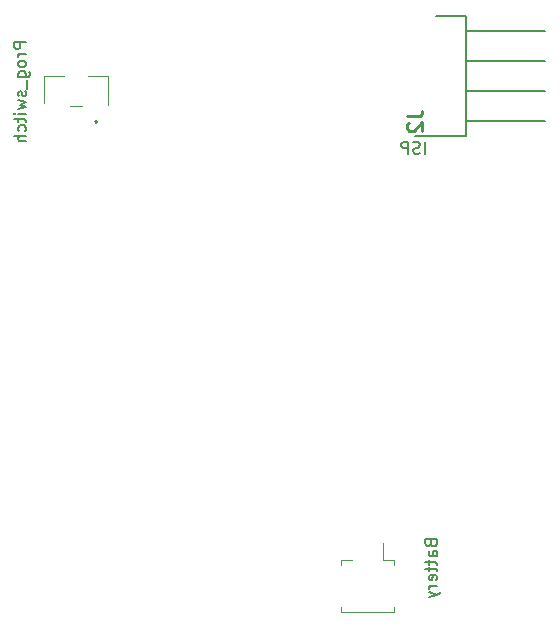
<source format=gbr>
%TF.GenerationSoftware,KiCad,Pcbnew,7.0.1*%
%TF.CreationDate,2023-06-17T09:34:49+02:00*%
%TF.ProjectId,Had_Konzole,4861645f-4b6f-46e7-9a6f-6c652e6b6963,rev?*%
%TF.SameCoordinates,Original*%
%TF.FileFunction,Legend,Bot*%
%TF.FilePolarity,Positive*%
%FSLAX46Y46*%
G04 Gerber Fmt 4.6, Leading zero omitted, Abs format (unit mm)*
G04 Created by KiCad (PCBNEW 7.0.1) date 2023-06-17 09:34:49*
%MOMM*%
%LPD*%
G01*
G04 APERTURE LIST*
%ADD10C,0.150000*%
%ADD11C,0.254000*%
%ADD12C,0.100000*%
%ADD13C,0.200000*%
%ADD14C,0.120000*%
G04 APERTURE END LIST*
D10*
X143077619Y-55438095D02*
X142077619Y-55438095D01*
X142077619Y-55438095D02*
X142077619Y-55819047D01*
X142077619Y-55819047D02*
X142125238Y-55914285D01*
X142125238Y-55914285D02*
X142172857Y-55961904D01*
X142172857Y-55961904D02*
X142268095Y-56009523D01*
X142268095Y-56009523D02*
X142410952Y-56009523D01*
X142410952Y-56009523D02*
X142506190Y-55961904D01*
X142506190Y-55961904D02*
X142553809Y-55914285D01*
X142553809Y-55914285D02*
X142601428Y-55819047D01*
X142601428Y-55819047D02*
X142601428Y-55438095D01*
X143077619Y-56438095D02*
X142410952Y-56438095D01*
X142601428Y-56438095D02*
X142506190Y-56485714D01*
X142506190Y-56485714D02*
X142458571Y-56533333D01*
X142458571Y-56533333D02*
X142410952Y-56628571D01*
X142410952Y-56628571D02*
X142410952Y-56723809D01*
X143077619Y-57200000D02*
X143030000Y-57104762D01*
X143030000Y-57104762D02*
X142982380Y-57057143D01*
X142982380Y-57057143D02*
X142887142Y-57009524D01*
X142887142Y-57009524D02*
X142601428Y-57009524D01*
X142601428Y-57009524D02*
X142506190Y-57057143D01*
X142506190Y-57057143D02*
X142458571Y-57104762D01*
X142458571Y-57104762D02*
X142410952Y-57200000D01*
X142410952Y-57200000D02*
X142410952Y-57342857D01*
X142410952Y-57342857D02*
X142458571Y-57438095D01*
X142458571Y-57438095D02*
X142506190Y-57485714D01*
X142506190Y-57485714D02*
X142601428Y-57533333D01*
X142601428Y-57533333D02*
X142887142Y-57533333D01*
X142887142Y-57533333D02*
X142982380Y-57485714D01*
X142982380Y-57485714D02*
X143030000Y-57438095D01*
X143030000Y-57438095D02*
X143077619Y-57342857D01*
X143077619Y-57342857D02*
X143077619Y-57200000D01*
X142410952Y-58390476D02*
X143220476Y-58390476D01*
X143220476Y-58390476D02*
X143315714Y-58342857D01*
X143315714Y-58342857D02*
X143363333Y-58295238D01*
X143363333Y-58295238D02*
X143410952Y-58200000D01*
X143410952Y-58200000D02*
X143410952Y-58057143D01*
X143410952Y-58057143D02*
X143363333Y-57961905D01*
X143030000Y-58390476D02*
X143077619Y-58295238D01*
X143077619Y-58295238D02*
X143077619Y-58104762D01*
X143077619Y-58104762D02*
X143030000Y-58009524D01*
X143030000Y-58009524D02*
X142982380Y-57961905D01*
X142982380Y-57961905D02*
X142887142Y-57914286D01*
X142887142Y-57914286D02*
X142601428Y-57914286D01*
X142601428Y-57914286D02*
X142506190Y-57961905D01*
X142506190Y-57961905D02*
X142458571Y-58009524D01*
X142458571Y-58009524D02*
X142410952Y-58104762D01*
X142410952Y-58104762D02*
X142410952Y-58295238D01*
X142410952Y-58295238D02*
X142458571Y-58390476D01*
X143172857Y-58628572D02*
X143172857Y-59390476D01*
X143030000Y-59580953D02*
X143077619Y-59676191D01*
X143077619Y-59676191D02*
X143077619Y-59866667D01*
X143077619Y-59866667D02*
X143030000Y-59961905D01*
X143030000Y-59961905D02*
X142934761Y-60009524D01*
X142934761Y-60009524D02*
X142887142Y-60009524D01*
X142887142Y-60009524D02*
X142791904Y-59961905D01*
X142791904Y-59961905D02*
X142744285Y-59866667D01*
X142744285Y-59866667D02*
X142744285Y-59723810D01*
X142744285Y-59723810D02*
X142696666Y-59628572D01*
X142696666Y-59628572D02*
X142601428Y-59580953D01*
X142601428Y-59580953D02*
X142553809Y-59580953D01*
X142553809Y-59580953D02*
X142458571Y-59628572D01*
X142458571Y-59628572D02*
X142410952Y-59723810D01*
X142410952Y-59723810D02*
X142410952Y-59866667D01*
X142410952Y-59866667D02*
X142458571Y-59961905D01*
X142410952Y-60342858D02*
X143077619Y-60533334D01*
X143077619Y-60533334D02*
X142601428Y-60723810D01*
X142601428Y-60723810D02*
X143077619Y-60914286D01*
X143077619Y-60914286D02*
X142410952Y-61104762D01*
X143077619Y-61485715D02*
X142410952Y-61485715D01*
X142077619Y-61485715D02*
X142125238Y-61438096D01*
X142125238Y-61438096D02*
X142172857Y-61485715D01*
X142172857Y-61485715D02*
X142125238Y-61533334D01*
X142125238Y-61533334D02*
X142077619Y-61485715D01*
X142077619Y-61485715D02*
X142172857Y-61485715D01*
X142410952Y-61819048D02*
X142410952Y-62200000D01*
X142077619Y-61961905D02*
X142934761Y-61961905D01*
X142934761Y-61961905D02*
X143030000Y-62009524D01*
X143030000Y-62009524D02*
X143077619Y-62104762D01*
X143077619Y-62104762D02*
X143077619Y-62200000D01*
X143030000Y-62961905D02*
X143077619Y-62866667D01*
X143077619Y-62866667D02*
X143077619Y-62676191D01*
X143077619Y-62676191D02*
X143030000Y-62580953D01*
X143030000Y-62580953D02*
X142982380Y-62533334D01*
X142982380Y-62533334D02*
X142887142Y-62485715D01*
X142887142Y-62485715D02*
X142601428Y-62485715D01*
X142601428Y-62485715D02*
X142506190Y-62533334D01*
X142506190Y-62533334D02*
X142458571Y-62580953D01*
X142458571Y-62580953D02*
X142410952Y-62676191D01*
X142410952Y-62676191D02*
X142410952Y-62866667D01*
X142410952Y-62866667D02*
X142458571Y-62961905D01*
X143077619Y-63390477D02*
X142077619Y-63390477D01*
X143077619Y-63819048D02*
X142553809Y-63819048D01*
X142553809Y-63819048D02*
X142458571Y-63771429D01*
X142458571Y-63771429D02*
X142410952Y-63676191D01*
X142410952Y-63676191D02*
X142410952Y-63533334D01*
X142410952Y-63533334D02*
X142458571Y-63438096D01*
X142458571Y-63438096D02*
X142506190Y-63390477D01*
X177353809Y-97871428D02*
X177401428Y-98014285D01*
X177401428Y-98014285D02*
X177449047Y-98061904D01*
X177449047Y-98061904D02*
X177544285Y-98109523D01*
X177544285Y-98109523D02*
X177687142Y-98109523D01*
X177687142Y-98109523D02*
X177782380Y-98061904D01*
X177782380Y-98061904D02*
X177830000Y-98014285D01*
X177830000Y-98014285D02*
X177877619Y-97919047D01*
X177877619Y-97919047D02*
X177877619Y-97538095D01*
X177877619Y-97538095D02*
X176877619Y-97538095D01*
X176877619Y-97538095D02*
X176877619Y-97871428D01*
X176877619Y-97871428D02*
X176925238Y-97966666D01*
X176925238Y-97966666D02*
X176972857Y-98014285D01*
X176972857Y-98014285D02*
X177068095Y-98061904D01*
X177068095Y-98061904D02*
X177163333Y-98061904D01*
X177163333Y-98061904D02*
X177258571Y-98014285D01*
X177258571Y-98014285D02*
X177306190Y-97966666D01*
X177306190Y-97966666D02*
X177353809Y-97871428D01*
X177353809Y-97871428D02*
X177353809Y-97538095D01*
X177877619Y-98966666D02*
X177353809Y-98966666D01*
X177353809Y-98966666D02*
X177258571Y-98919047D01*
X177258571Y-98919047D02*
X177210952Y-98823809D01*
X177210952Y-98823809D02*
X177210952Y-98633333D01*
X177210952Y-98633333D02*
X177258571Y-98538095D01*
X177830000Y-98966666D02*
X177877619Y-98871428D01*
X177877619Y-98871428D02*
X177877619Y-98633333D01*
X177877619Y-98633333D02*
X177830000Y-98538095D01*
X177830000Y-98538095D02*
X177734761Y-98490476D01*
X177734761Y-98490476D02*
X177639523Y-98490476D01*
X177639523Y-98490476D02*
X177544285Y-98538095D01*
X177544285Y-98538095D02*
X177496666Y-98633333D01*
X177496666Y-98633333D02*
X177496666Y-98871428D01*
X177496666Y-98871428D02*
X177449047Y-98966666D01*
X177210952Y-99300000D02*
X177210952Y-99680952D01*
X176877619Y-99442857D02*
X177734761Y-99442857D01*
X177734761Y-99442857D02*
X177830000Y-99490476D01*
X177830000Y-99490476D02*
X177877619Y-99585714D01*
X177877619Y-99585714D02*
X177877619Y-99680952D01*
X177210952Y-99871429D02*
X177210952Y-100252381D01*
X176877619Y-100014286D02*
X177734761Y-100014286D01*
X177734761Y-100014286D02*
X177830000Y-100061905D01*
X177830000Y-100061905D02*
X177877619Y-100157143D01*
X177877619Y-100157143D02*
X177877619Y-100252381D01*
X177830000Y-100966667D02*
X177877619Y-100871429D01*
X177877619Y-100871429D02*
X177877619Y-100680953D01*
X177877619Y-100680953D02*
X177830000Y-100585715D01*
X177830000Y-100585715D02*
X177734761Y-100538096D01*
X177734761Y-100538096D02*
X177353809Y-100538096D01*
X177353809Y-100538096D02*
X177258571Y-100585715D01*
X177258571Y-100585715D02*
X177210952Y-100680953D01*
X177210952Y-100680953D02*
X177210952Y-100871429D01*
X177210952Y-100871429D02*
X177258571Y-100966667D01*
X177258571Y-100966667D02*
X177353809Y-101014286D01*
X177353809Y-101014286D02*
X177449047Y-101014286D01*
X177449047Y-101014286D02*
X177544285Y-100538096D01*
X177877619Y-101442858D02*
X177210952Y-101442858D01*
X177401428Y-101442858D02*
X177306190Y-101490477D01*
X177306190Y-101490477D02*
X177258571Y-101538096D01*
X177258571Y-101538096D02*
X177210952Y-101633334D01*
X177210952Y-101633334D02*
X177210952Y-101728572D01*
X177210952Y-101966668D02*
X177877619Y-102204763D01*
X177210952Y-102442858D02*
X177877619Y-102204763D01*
X177877619Y-102204763D02*
X178115714Y-102109525D01*
X178115714Y-102109525D02*
X178163333Y-102061906D01*
X178163333Y-102061906D02*
X178210952Y-101966668D01*
X176861904Y-64877619D02*
X176861904Y-63877619D01*
X176433333Y-64830000D02*
X176290476Y-64877619D01*
X176290476Y-64877619D02*
X176052381Y-64877619D01*
X176052381Y-64877619D02*
X175957143Y-64830000D01*
X175957143Y-64830000D02*
X175909524Y-64782380D01*
X175909524Y-64782380D02*
X175861905Y-64687142D01*
X175861905Y-64687142D02*
X175861905Y-64591904D01*
X175861905Y-64591904D02*
X175909524Y-64496666D01*
X175909524Y-64496666D02*
X175957143Y-64449047D01*
X175957143Y-64449047D02*
X176052381Y-64401428D01*
X176052381Y-64401428D02*
X176242857Y-64353809D01*
X176242857Y-64353809D02*
X176338095Y-64306190D01*
X176338095Y-64306190D02*
X176385714Y-64258571D01*
X176385714Y-64258571D02*
X176433333Y-64163333D01*
X176433333Y-64163333D02*
X176433333Y-64068095D01*
X176433333Y-64068095D02*
X176385714Y-63972857D01*
X176385714Y-63972857D02*
X176338095Y-63925238D01*
X176338095Y-63925238D02*
X176242857Y-63877619D01*
X176242857Y-63877619D02*
X176004762Y-63877619D01*
X176004762Y-63877619D02*
X175861905Y-63925238D01*
X175433333Y-64877619D02*
X175433333Y-63877619D01*
X175433333Y-63877619D02*
X175052381Y-63877619D01*
X175052381Y-63877619D02*
X174957143Y-63925238D01*
X174957143Y-63925238D02*
X174909524Y-63972857D01*
X174909524Y-63972857D02*
X174861905Y-64068095D01*
X174861905Y-64068095D02*
X174861905Y-64210952D01*
X174861905Y-64210952D02*
X174909524Y-64306190D01*
X174909524Y-64306190D02*
X174957143Y-64353809D01*
X174957143Y-64353809D02*
X175052381Y-64401428D01*
X175052381Y-64401428D02*
X175433333Y-64401428D01*
D11*
%TO.C,J2*%
X175355026Y-61716667D02*
X176262169Y-61716667D01*
X176262169Y-61716667D02*
X176443597Y-61656190D01*
X176443597Y-61656190D02*
X176564550Y-61535238D01*
X176564550Y-61535238D02*
X176625026Y-61353809D01*
X176625026Y-61353809D02*
X176625026Y-61232857D01*
X175475978Y-62260952D02*
X175415502Y-62321428D01*
X175415502Y-62321428D02*
X175355026Y-62442381D01*
X175355026Y-62442381D02*
X175355026Y-62744762D01*
X175355026Y-62744762D02*
X175415502Y-62865714D01*
X175415502Y-62865714D02*
X175475978Y-62926190D01*
X175475978Y-62926190D02*
X175596930Y-62986667D01*
X175596930Y-62986667D02*
X175717883Y-62986667D01*
X175717883Y-62986667D02*
X175899311Y-62926190D01*
X175899311Y-62926190D02*
X176625026Y-62200476D01*
X176625026Y-62200476D02*
X176625026Y-62986667D01*
D12*
%TO.C,SW6*%
X150020000Y-58320000D02*
X148320000Y-58320000D01*
X150020000Y-60720000D02*
X150020000Y-58320000D01*
X150020000Y-60720000D02*
X150020000Y-60720000D01*
D13*
X149020000Y-62070000D02*
X149020000Y-62070000D01*
X149020000Y-62270000D02*
X149020000Y-62270000D01*
D12*
X147820000Y-60820000D02*
X146820000Y-60820000D01*
X146320000Y-58320000D02*
X144620000Y-58320000D01*
X144620000Y-58320000D02*
X144620000Y-60570000D01*
D13*
X149020000Y-62070000D02*
G75*
G03*
X149020000Y-62270000I0J-100000D01*
G01*
X149020000Y-62270000D02*
G75*
G03*
X149020000Y-62070000I0J100000D01*
G01*
%TO.C,J2*%
X176037500Y-63410000D02*
X180287500Y-63410000D01*
X180287500Y-63410000D02*
X180287500Y-53250000D01*
X180287500Y-62140000D02*
X187037500Y-62140000D01*
X180287500Y-59600000D02*
X187037500Y-59600000D01*
X180287500Y-57060000D02*
X187037500Y-57060000D01*
X180287500Y-54520000D02*
X187037500Y-54520000D01*
X180287500Y-53250000D02*
X177787500Y-53250000D01*
D14*
%TO.C,J1*%
X174235000Y-103710000D02*
X169765000Y-103710000D01*
X174235000Y-103260000D02*
X174235000Y-103710000D01*
X174235000Y-99740000D02*
X174235000Y-99290000D01*
X174235000Y-99290000D02*
X173285000Y-99290000D01*
X173285000Y-99290000D02*
X173285000Y-97800000D01*
X169765000Y-103710000D02*
X169765000Y-103260000D01*
X169765000Y-99740000D02*
X169765000Y-99290000D01*
X169765000Y-99290000D02*
X170715000Y-99290000D01*
%TD*%
M02*

</source>
